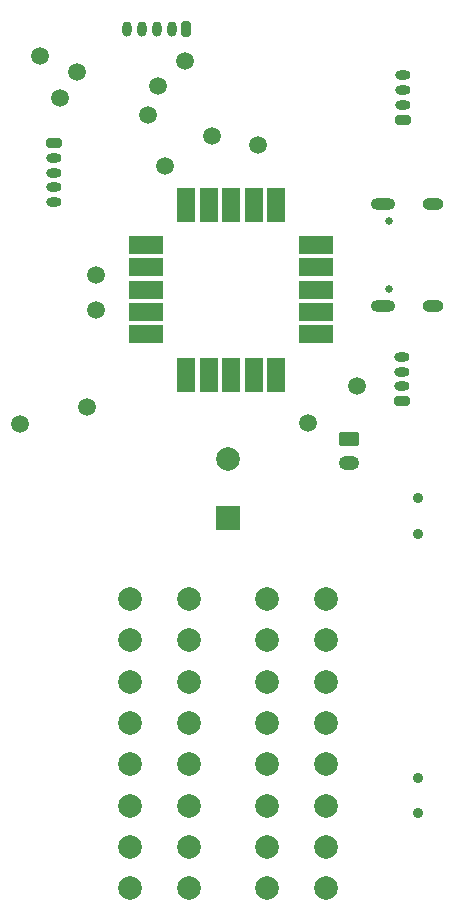
<source format=gbs>
%TF.GenerationSoftware,KiCad,Pcbnew,7.0.2-0*%
%TF.CreationDate,2023-11-23T12:17:07+01:00*%
%TF.ProjectId,Flight Computer,466c6967-6874-4204-936f-6d7075746572,1.1*%
%TF.SameCoordinates,Original*%
%TF.FileFunction,Soldermask,Bot*%
%TF.FilePolarity,Negative*%
%FSLAX46Y46*%
G04 Gerber Fmt 4.6, Leading zero omitted, Abs format (unit mm)*
G04 Created by KiCad (PCBNEW 7.0.2-0) date 2023-11-23 12:17:07*
%MOMM*%
%LPD*%
G01*
G04 APERTURE LIST*
G04 Aperture macros list*
%AMRoundRect*
0 Rectangle with rounded corners*
0 $1 Rounding radius*
0 $2 $3 $4 $5 $6 $7 $8 $9 X,Y pos of 4 corners*
0 Add a 4 corners polygon primitive as box body*
4,1,4,$2,$3,$4,$5,$6,$7,$8,$9,$2,$3,0*
0 Add four circle primitives for the rounded corners*
1,1,$1+$1,$2,$3*
1,1,$1+$1,$4,$5*
1,1,$1+$1,$6,$7*
1,1,$1+$1,$8,$9*
0 Add four rect primitives between the rounded corners*
20,1,$1+$1,$2,$3,$4,$5,0*
20,1,$1+$1,$4,$5,$6,$7,0*
20,1,$1+$1,$6,$7,$8,$9,0*
20,1,$1+$1,$8,$9,$2,$3,0*%
G04 Aperture macros list end*
%ADD10C,0.900000*%
%ADD11RoundRect,0.200000X0.450000X-0.200000X0.450000X0.200000X-0.450000X0.200000X-0.450000X-0.200000X0*%
%ADD12O,1.300000X0.800000*%
%ADD13C,0.650000*%
%ADD14O,2.100000X1.000000*%
%ADD15O,1.800000X1.000000*%
%ADD16RoundRect,0.200000X0.200000X0.450000X-0.200000X0.450000X-0.200000X-0.450000X0.200000X-0.450000X0*%
%ADD17O,0.800000X1.300000*%
%ADD18RoundRect,0.200000X-0.450000X0.200000X-0.450000X-0.200000X0.450000X-0.200000X0.450000X0.200000X0*%
%ADD19C,1.500000*%
%ADD20RoundRect,0.250000X-0.625000X0.350000X-0.625000X-0.350000X0.625000X-0.350000X0.625000X0.350000X0*%
%ADD21O,1.750000X1.200000*%
%ADD22C,2.000000*%
%ADD23R,3.000000X1.500000*%
%ADD24R,1.500000X3.000000*%
%ADD25R,2.000000X2.000000*%
G04 APERTURE END LIST*
D10*
%TO.C,SW1*%
X119640000Y-65900000D03*
X119640000Y-62900000D03*
%TD*%
D11*
%TO.C,J8*%
X118270000Y-54690000D03*
D12*
X118270000Y-53440000D03*
X118270000Y-52190000D03*
X118270000Y-50940000D03*
%TD*%
D13*
%TO.C,J7*%
X117160000Y-45212500D03*
X117160000Y-39432500D03*
D14*
X116640000Y-46642500D03*
D15*
X120840000Y-46642500D03*
D14*
X116640000Y-38002500D03*
D15*
X120840000Y-38002500D03*
%TD*%
D16*
%TO.C,J3*%
X100000000Y-23200000D03*
D17*
X98750000Y-23200000D03*
X97500000Y-23200000D03*
X96250000Y-23200000D03*
X95000000Y-23200000D03*
%TD*%
D11*
%TO.C,J9*%
X118300000Y-30857500D03*
D12*
X118300000Y-29607500D03*
X118300000Y-28357500D03*
X118300000Y-27107500D03*
%TD*%
D10*
%TO.C,SW2*%
X119600000Y-89570000D03*
X119600000Y-86570000D03*
%TD*%
D18*
%TO.C,J5*%
X88760000Y-32840000D03*
D12*
X88760000Y-34090000D03*
X88760000Y-35340000D03*
X88760000Y-36590000D03*
X88760000Y-37840000D03*
%TD*%
D19*
%TO.C,TP10*%
X92350000Y-44020000D03*
%TD*%
%TO.C,TP15*%
X91600000Y-55210000D03*
%TD*%
D20*
%TO.C,J4*%
X113800000Y-57900000D03*
D21*
X113800000Y-59900000D03*
%TD*%
D19*
%TO.C,TP5*%
X97600000Y-28020000D03*
%TD*%
%TO.C,TP4*%
X96750000Y-30420000D03*
%TD*%
%TO.C,TP1*%
X110300000Y-56500000D03*
%TD*%
%TO.C,TP11*%
X92350000Y-46970000D03*
%TD*%
%TO.C,TP6*%
X87600000Y-25450000D03*
%TD*%
%TO.C,TP7*%
X99900000Y-25920000D03*
%TD*%
D22*
%TO.C,J2*%
X95200000Y-95920000D03*
X100200000Y-95920000D03*
X95200000Y-92420000D03*
X100200000Y-92420000D03*
X95200000Y-88920000D03*
X100200000Y-88920000D03*
X95200000Y-85420000D03*
X100200000Y-85420000D03*
X95200000Y-81920000D03*
X100200000Y-81920000D03*
X95200000Y-78420000D03*
X100200000Y-78420000D03*
X95200000Y-74920000D03*
X100200000Y-74920000D03*
X95200000Y-71420000D03*
X100200000Y-71420000D03*
%TD*%
D23*
%TO.C,U11*%
X111000000Y-41432500D03*
X111000000Y-43332500D03*
X111000000Y-45232500D03*
X111000000Y-47132500D03*
X111000000Y-49032500D03*
D24*
X107600000Y-52432500D03*
X105700000Y-52432500D03*
X103800000Y-52432500D03*
X101900000Y-52432500D03*
X100000000Y-52432500D03*
D23*
X96600000Y-49032500D03*
X96600000Y-47132500D03*
X96600000Y-45232500D03*
X96600000Y-43332500D03*
X96600000Y-41432500D03*
D24*
X100000000Y-38032500D03*
X101900000Y-38032500D03*
X103800000Y-38032500D03*
X105700000Y-38032500D03*
X107600000Y-38032500D03*
%TD*%
D19*
%TO.C,TP9*%
X90700000Y-26820000D03*
%TD*%
D25*
%TO.C,BZ1*%
X103500000Y-64590000D03*
D22*
X103500000Y-59590000D03*
%TD*%
D19*
%TO.C,TP3*%
X98150000Y-34770000D03*
%TD*%
%TO.C,TP2*%
X85880000Y-56610000D03*
%TD*%
%TO.C,TP13*%
X106050000Y-33020000D03*
%TD*%
%TO.C,TP14*%
X102200000Y-32270000D03*
%TD*%
D22*
%TO.C,J1*%
X111790000Y-71420000D03*
X106790000Y-71420000D03*
X111790000Y-74920000D03*
X106790000Y-74920000D03*
X111790000Y-78420000D03*
X106790000Y-78420000D03*
X111790000Y-81920000D03*
X106790000Y-81920000D03*
X111790000Y-85420000D03*
X106790000Y-85420000D03*
X111790000Y-88920000D03*
X106790000Y-88920000D03*
X111790000Y-92420000D03*
X106790000Y-92420000D03*
X111790000Y-95920000D03*
X106790000Y-95920000D03*
%TD*%
D19*
%TO.C,TP8*%
X89320000Y-29050000D03*
%TD*%
%TO.C,TP12*%
X114460000Y-53420000D03*
%TD*%
M02*

</source>
